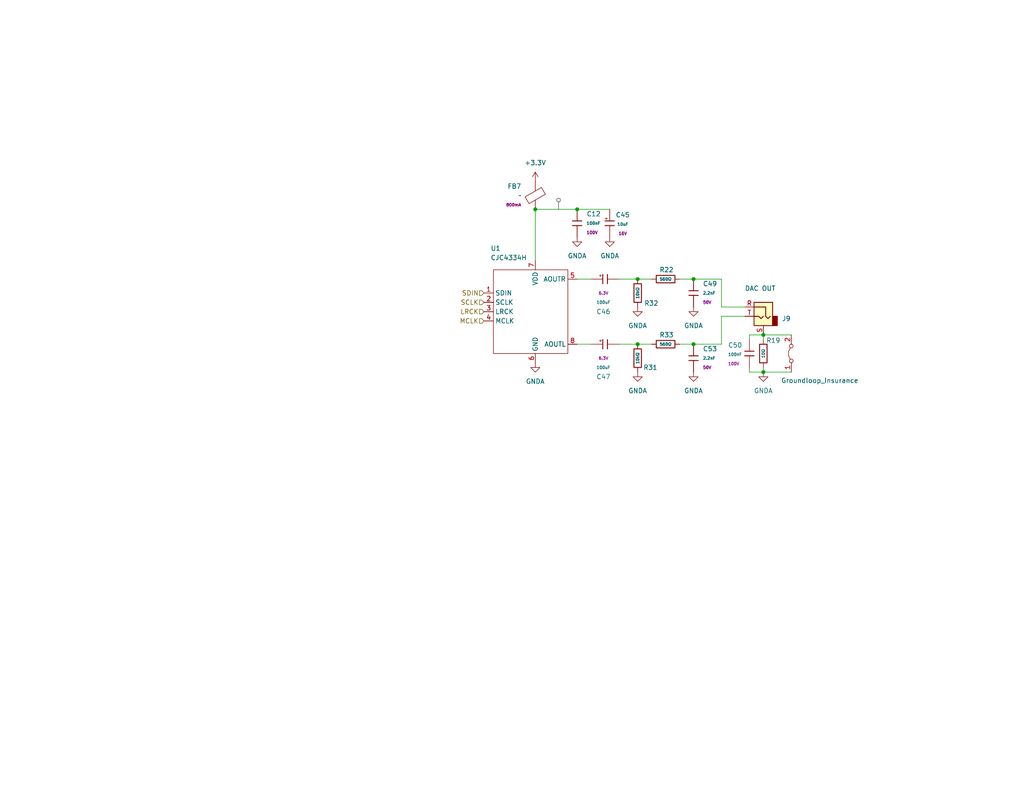
<source format=kicad_sch>
(kicad_sch (version 20250114) (generator "eeschema") (generator_version "9.0")
  (paper "A")
  (lib_symbols
    (symbol "+3.3V_1" (power) (pin_numbers (hide yes)) (pin_names (offset 0) (hide yes))
      (property "Value" "+3.3V" (at 0 3.556 0))
      (symbol "+3.3V_1_0_1"
        (polyline (pts (xy -0.762 1.27) (xy 0 2.54)))
        (polyline (pts (xy 0 2.54) (xy 0.762 1.27)))
        (polyline (pts (xy 0 0) (xy 0 2.54)))
      )
      (symbol "+3.3V_1_1_1"
        (pin power_in line (at 0 0 90) (length 0) (name "~") (number "1"))
      )
    )
    (symbol "CJC4334H:CJC4334H"
      (property "Reference" "U1" (at 6.604 15.24 0))
      (property "Value" "CJC4334H" (at 6.604 12.7 0))
      (symbol "CJC4334H_0_1"
        (rectangle (start -10.16 10.16) (end 10.16 -12.7))
      )
      (symbol "CJC4334H_1_1"
        (pin input line (at -12.7 3.81 0) (length 2.54) (name "SDIN") (number "1"))
        (pin input line (at -12.7 1.27 0) (length 2.54) (name "SCLK") (number "2"))
        (pin input line (at -12.7 -1.27 0) (length 2.54) (name "LRCK") (number "3"))
        (pin input line (at -12.7 -3.81 0) (length 2.54) (name "MCLK") (number "4"))
        (pin power_in line (at 1.27 12.7 270) (length 2.54) (name "VDD") (number "7"))
        (pin power_in line (at 1.27 -15.24 90) (length 2.54) (name "GND") (number "6"))
        (pin output line (at 12.7 7.62 180) (length 2.54) (name "AOUTR") (number "5"))
        (pin output line (at 12.7 -10.16 180) (length 2.54) (name "AOUTL") (number "8"))
      )
    )
    (symbol "Connector_Audio:AudioJack2_Ground"
      (property "Reference" "J4" (at -5.08 -0.635 0))
      (property "Value" "Audio Out to Soundcard" (at 5.08 7.62 0))
      (symbol "AudioJack2_Ground_0_1"
        (rectangle (start -2.54 -2.54) (end -3.81 0) (stroke (width 0.254)) (fill (type outline)))
        (polyline (pts (xy 0 0) (xy 0.635 -0.635) (xy 1.27 0) (xy 2.54 0)) (stroke (width 0.254)))
        (rectangle (start 2.54 3.81) (end -2.54 -2.54) (stroke (width 0.254)) (fill (type background)))
        (polyline (pts (xy 2.54 2.54) (xy -0.635 2.54) (xy -0.635 0) (xy -1.27 -0.635) (xy -1.905 0)) (stroke (width 0.254)))
      )
      (symbol "AudioJack2_Ground_1_1"
        (pin passive line (at 0 -5.08 90) (length 2.54) (name "~") (number "S"))
        (pin passive line (at 5.08 2.54 180) (length 2.54) (name "~") (number "R"))
        (pin passive line (at 5.08 0 180) (length 2.54) (name "~") (number "T"))
      )
    )
    (symbol "Jumper_2_Bridged_1" (pin_names (offset 0) (hide yes))
      (property "Reference" "JP" (at 0 1.905 0))
      (property "Value" "Jumper_2_Bridged" (at 0 -2.54 0))
      (symbol "Jumper_2_Bridged_1_0_0"
        (circle (center -2.032 0) (radius 0.508))
        (circle (center 2.032 0) (radius 0.508))
      )
      (symbol "Jumper_2_Bridged_1_0_1"
        (arc (start -1.524 0.254) (mid 0 0.762) (end 1.524 0.254))
      )
      (symbol "Jumper_2_Bridged_1_1_1"
        (pin passive line (at -5.08 0 0) (length 2.54) (name "A") (number "1"))
        (pin passive line (at 5.08 0 180) (length 2.54) (name "B") (number "2"))
      )
    )
    (symbol "PCM_JLCPCB-Capacitors:0805,100nF" (pin_numbers (hide yes)) (pin_names (offset 0))
      (property "Reference" "C" (at 2.032 1.668 0))
      (property "Value" "100nF" (at 2.032 -0.3782 0))
      (property "Voltage Rated" "100V" (at 2.032 -2.0462 0))
      (symbol "0805,100nF_0_1"
        (polyline (pts (xy -1.27 0.635) (xy 1.27 0.635)) (stroke (width 0.254)))
        (polyline (pts (xy -1.27 -0.635) (xy 1.27 -0.635)) (stroke (width 0.254)))
      )
      (symbol "0805,100nF_1_1"
        (pin passive line (at 0 3.81 270) (length 3.175) (name "~") (number "1"))
        (pin passive line (at 0 -3.81 90) (length 3.175) (name "~") (number "2"))
      )
    )
    (symbol "PCM_JLCPCB-Capacitors:0805,2.2nF" (pin_numbers (hide yes)) (pin_names (offset 0))
      (property "Reference" "C" (at 2.032 1.668 0))
      (property "Value" "2.2nF" (at 2.032 -0.3782 0))
      (property "Voltage Rated" "50V" (at 2.032 -2.0462 0))
      (symbol "0805,2.2nF_0_1"
        (polyline (pts (xy -1.27 0.635) (xy 1.27 0.635)) (stroke (width 0.254)))
        (polyline (pts (xy -1.27 -0.635) (xy 1.27 -0.635)) (stroke (width 0.254)))
      )
      (symbol "0805,2.2nF_1_1"
        (pin passive line (at 0 3.81 270) (length 3.175) (name "~") (number "1"))
        (pin passive line (at 0 -3.81 90) (length 3.175) (name "~") (number "2"))
      )
    )
    (symbol "PCM_JLCPCB-Capacitors:CASE-A-3216-18(mm),10uF" (pin_numbers (hide yes)) (pin_names (offset 0))
      (property "Reference" "C" (at 2.032 1.668 0))
      (property "Value" "10uF" (at 2.032 -0.3782 0))
      (property "Rated Voltage" "16V" (at 2.032 -2.0462 0))
      (symbol "CASE-A-3216-18(mm),10uF_0_1"
        (polyline (pts (xy -1.27 1.27) (xy -0.635 1.27)) (stroke (width 0.127)))
        (polyline (pts (xy -1.27 0.635) (xy 1.27 0.635)) (stroke (width 0.254)))
        (polyline (pts (xy -1.27 -0.635) (xy 1.27 -0.635)) (stroke (width 0.254)))
        (polyline (pts (xy -0.9525 1.5875) (xy -0.9525 0.9525)) (stroke (width 0.127)))
      )
      (symbol "CASE-A-3216-18(mm),10uF_1_1"
        (pin passive line (at 0 3.81 270) (length 3.175) (name "~") (number "1"))
        (pin passive line (at 0 -3.81 90) (length 3.175) (name "~") (number "2"))
      )
    )
    (symbol "PCM_JLCPCB-Capacitors:CASE-B-3528-21(mm),100uF" (pin_numbers (hide yes)) (pin_names (offset 0))
      (property "Reference" "C" (at 2.032 1.668 0))
      (property "Value" "100uF" (at 2.032 -0.3782 0))
      (property "Rated Voltage" "6.3V" (at 2.032 -2.0462 0))
      (symbol "CASE-B-3528-21(mm),100uF_0_1"
        (polyline (pts (xy -1.27 1.27) (xy -0.635 1.27)) (stroke (width 0.127)))
        (polyline (pts (xy -1.27 0.635) (xy 1.27 0.635)) (stroke (width 0.254)))
        (polyline (pts (xy -1.27 -0.635) (xy 1.27 -0.635)) (stroke (width 0.254)))
        (polyline (pts (xy -0.9525 1.5875) (xy -0.9525 0.9525)) (stroke (width 0.127)))
      )
      (symbol "CASE-B-3528-21(mm),100uF_1_1"
        (pin passive line (at 0 3.81 270) (length 3.175) (name "~") (number "1"))
        (pin passive line (at 0 -3.81 90) (length 3.175) (name "~") (number "2"))
      )
    )
    (symbol "PCM_JLCPCB-Inductors:Ferrite,0805" (pin_numbers (hide yes)) (pin_names (offset 0))
      (property "Reference" "FB" (at 3.4036 1.2508 0))
      (property "Current Rating" "800mA" (at 3.4036 -1.5274 0))
      (symbol "Ferrite,0805_0_1"
        (polyline (pts (xy -2.7686 0.4064) (xy -1.7018 2.2606) (xy 2.7686 -0.3048) (xy 1.6764 -2.159) (xy -2.7686 0.4064)))
        (polyline (pts (xy 0 1.27) (xy 0 1.2954)))
        (polyline (pts (xy 0 -1.27) (xy 0 -1.2192)))
      )
      (symbol "Ferrite,0805_1_1"
        (pin passive line (at 0 3.81 270) (length 2.54) (name "~") (number "1"))
        (pin passive line (at 0 -3.81 90) (length 2.54) (name "~") (number "2"))
      )
    )
    (symbol "PCM_JLCPCB-Resistors:0603,10Ω" (pin_numbers (hide yes)) (pin_names (offset 0))
      (property "Reference" "R" (at 1.778 0 0))
      (property "Value" "10Ω" (at 0 0 90))
      (symbol "0603,10Ω_0_1"
        (rectangle (start -1.016 2.54) (end 1.016 -2.54) (stroke (width 0.254)))
      )
      (symbol "0603,10Ω_1_1"
        (pin passive line (at 0 3.81 270) (length 1.27) (name "~") (number "1"))
        (pin passive line (at 0 -3.81 90) (length 1.27) (name "~") (number "2"))
      )
    )
    (symbol "PCM_JLCPCB-Resistors:0805,10kΩ" (pin_numbers (hide yes)) (pin_names (offset 0))
      (property "Reference" "R" (at 1.778 0 0))
      (property "Value" "10kΩ" (at 0 0 90))
      (symbol "0805,10kΩ_0_1"
        (rectangle (start -1.016 2.54) (end 1.016 -2.54) (stroke (width 0.254)))
      )
      (symbol "0805,10kΩ_1_1"
        (pin passive line (at 0 3.81 270) (length 1.27) (name "~") (number "1"))
        (pin passive line (at 0 -3.81 90) (length 1.27) (name "~") (number "2"))
      )
    )
    (symbol "PCM_JLCPCB-Resistors:0805,560Ω" (pin_numbers (hide yes)) (pin_names (offset 0))
      (property "Reference" "R" (at 1.778 0 0))
      (property "Value" "560Ω" (at 0 0 90))
      (symbol "0805,560Ω_0_1"
        (rectangle (start -1.016 2.54) (end 1.016 -2.54) (stroke (width 0.254)))
      )
      (symbol "0805,560Ω_1_1"
        (pin passive line (at 0 3.81 270) (length 1.27) (name "~") (number "1"))
        (pin passive line (at 0 -3.81 90) (length 1.27) (name "~") (number "2"))
      )
    )
    (symbol "power:GNDA" (power) (pin_names (offset 0))
      (property "Value" "GNDA" (at 0 -3.81 0))
      (symbol "GNDA_0_1"
        (polyline (pts (xy 0 0) (xy 0 -1.27) (xy 1.27 -1.27) (xy 0 -2.54) (xy -1.27 -1.27) (xy 0 -1.27)))
      )
      (symbol "GNDA_1_1"
        (pin power_in line (at 0 0 270) (length 0) (hide yes) (name "GNDA") (number "1"))
      )
    )
  )
  (junction (at 146.05 57.15))
  (junction (at 208.28 91.44))
  (junction (at 173.99 76.2))
  (junction (at 189.23 93.98))
  (junction (at 157.48 57.15))
  (junction (at 173.99 93.98))
  (junction (at 189.23 76.2))
  (junction (at 208.28 101.6))
  (wire (pts (xy 185.42 93.98) (xy 189.23 93.98)))
  (wire (pts (xy 196.85 83.82) (xy 203.2 83.82)))
  (wire (pts (xy 196.85 93.98) (xy 196.85 86.36)))
  (wire (pts (xy 157.48 76.2) (xy 161.29 76.2)))
  (wire (pts (xy 168.91 93.98) (xy 173.99 93.98)))
  (wire (pts (xy 204.47 91.44) (xy 208.28 91.44)))
  (wire (pts (xy 189.23 76.2) (xy 196.85 76.2)))
  (wire (pts (xy 168.91 76.2) (xy 173.99 76.2)))
  (wire (pts (xy 196.85 76.2) (xy 196.85 83.82)))
  (wire (pts (xy 204.47 92.71) (xy 204.47 91.44)))
  (wire (pts (xy 189.23 93.98) (xy 196.85 93.98)))
  (wire (pts (xy 215.9 91.44) (xy 208.28 91.44)))
  (wire (pts (xy 173.99 76.2) (xy 177.8 76.2)))
  (wire (pts (xy 196.85 86.36) (xy 203.2 86.36)))
  (wire (pts (xy 173.99 93.98) (xy 177.8 93.98)))
  (wire (pts (xy 157.48 57.15) (xy 166.37 57.15)))
  (wire (pts (xy 208.28 101.6) (xy 215.9 101.6)))
  (wire (pts (xy 185.42 76.2) (xy 189.23 76.2)))
  (wire (pts (xy 204.47 101.6) (xy 208.28 101.6)))
  (wire (pts (xy 146.05 57.15) (xy 146.05 71.12)))
  (wire (pts (xy 157.48 93.98) (xy 161.29 93.98)))
  (wire (pts (xy 208.28 100.33) (xy 208.28 101.6)))
  (wire (pts (xy 146.05 57.15) (xy 157.48 57.15)))
  (wire (pts (xy 208.28 92.71) (xy 208.28 91.44)))
  (wire (pts (xy 204.47 100.33) (xy 204.47 101.6)))
  (hierarchical_label "MCLK" (shape input) (at 132.08 87.63 180))
  (hierarchical_label "LRCK" (shape input) (at 132.08 85.09 180))
  (hierarchical_label "SDIN" (shape input) (at 132.08 80.01 180))
  (hierarchical_label "SCLK" (shape input) (at 132.08 82.55 180))
  (netclass_flag "" (length 2.54) (shape round) (at 152.4 57.15 0) (property "Netclass" "1V1" (effects (hide yes))))
  (symbol (lib_name "Jumper_2_Bridged_1") (lib_id "Jumper:Jumper_2_Bridged") (at 215.9 96.52 90) (unit 1)
    (property "Reference" "e3" (effects (hide yes)))
    (property "Value" "Groundloop_Insurance" (at 213.106 103.886 90) (effects (justify right)))
    (property "Footprint" "Jumper:SolderJumper-2_P1.3mm_Bridged_RoundedPad1.0x1.5mm" (effects (hide yes)))
    (property "Description" "Jumper, 2-pole, closed/bridged" (effects (hide yes)))
  )
  (symbol (lib_id "power:GNDA") (at 173.99 83.82 0) (unit 1)
    (property "Reference" "#PWR077" (effects (hide yes)))
    (property "Value" "GNDA" (at 173.99 88.9 0))
  )
  (symbol (lib_id "PCM_JLCPCB-Capacitors:0805,100nF") (at 204.47 96.52 180) (unit 1)
    (property "Reference" "C50" (at 198.628 94.2339 0) (effects (justify right)))
    (property "Value" "100nF" (at 198.628 96.774 0) (effects (font (size 0.8 0.8)) (justify right)))
    (property "Footprint" "PCM_JLCPCB:C_0805" (effects (hide yes)))
    (property "Datasheet" "https://www.lcsc.com/datasheet/lcsc_datasheet_2304140030_Samsung-Electro-Mechanics-CL21B104KCFNNNE_C28233.pdf" (effects (hide yes)))
    (property "Description" "100V 100nF X7R ±10% 0805 Multilayer Ceramic Capacitors MLCC - SMD/SMT ROHS" (effects (hide yes)))
    (property "LCSC" "C28233" (effects (hide yes)))
    (property "Stock" "1168020" (effects (hide yes)))
    (property "Price" "0.009USD" (effects (hide yes)))
    (property "Process" "SMT" (effects (hide yes)))
    (property "Minimum Qty" "20" (effects (hide yes)))
    (property "Attrition Qty" "10" (effects (hide yes)))
    (property "Class" "Basic Component" (effects (hide yes)))
    (property "Category" "Capacitors,Multilayer Ceramic Capacitors MLCC - SMD/SMT" (effects (hide yes)))
    (property "Manufacturer" "Samsung Electro-Mechanics" (effects (hide yes)))
    (property "Part" "CL21B104KCFNNNE" (effects (hide yes)))
    (property "Voltage Rated" "100V" (at 198.628 99.314 0) (effects (font (size 0.8 0.8)) (justify right)))
    (property "Tolerance" "±10%" (effects (hide yes)))
    (property "Capacitance" "100nF" (effects (hide yes)))
    (property "Temperature Coefficient" "X7R" (effects (hide yes)))
  )
  (symbol (lib_id "Connector_Audio:AudioJack2_Ground") (at 208.28 86.36 0) (mirror y) (unit 1)
    (property "Reference" "J9" (at 213.36 86.995 0) (effects (justify right)))
    (property "Value" "DAC OUT" (at 203.2 78.74 0) (effects (justify right)))
    (property "Footprint" "Intro_to_CAD:Jack_3.5mm_CUI_SJ-3523-SMT_Horizontal" (effects (hide yes)))
    (property "Datasheet" "https://www.lcsc.com/datasheet/lcsc_datasheet_1811132022_BOOMELE-Boom-Precision-Elec-PJ-320B_C18594.pdf" (effects (hide yes)))
    (property "LCSC" "C18594" (effects (hide yes)))
  )
  (symbol (lib_id "power:GNDA") (at 189.23 101.6 0) (unit 1)
    (property "Reference" "#PWR045" (effects (hide yes)))
    (property "Value" "GNDA" (at 189.23 106.68 0))
  )
  (symbol (lib_id "power:GNDA") (at 146.05 99.06 0) (unit 1)
    (property "Reference" "#PWR071" (effects (hide yes)))
    (property "Value" "GNDA" (at 146.05 104.14 0))
  )
  (symbol (lib_id "power:GNDA") (at 157.48 64.77 0) (unit 1)
    (property "Reference" "#PWR073" (effects (hide yes)))
    (property "Value" "GNDA" (at 157.48 69.85 0))
  )
  (symbol (lib_id "PCM_JLCPCB-Capacitors:CASE-B-3528-21(mm),100uF") (at 165.1 93.98 90) (mirror x) (unit 1)
    (property "Reference" "C47" (at 164.6555 102.87 90))
    (property "Value" "100uF" (at 164.6555 100.33 90) (effects (font (size 0.8 0.8))))
    (property "Footprint" "PCM_JLCPCB:C_CASE-B-3528-21(mm)" (effects (hide yes)))
    (property "Datasheet" "https://www.lcsc.com/datasheet/lcsc_datasheet_2111161030_Kyocera-AVX-TAJB107K006RNJ_C16133.pdf" (effects (hide yes)))
    (property "Description" "100uF 6.3V 1.7Ω@100kHz ±10% CASE-B-3528-21(mm) Tantalum Capacitors ROHS" (effects (hide yes)))
    (property "LCSC" "C16133" (effects (hide yes)))
    (property "Stock" "294947" (effects (hide yes)))
    (property "Price" "0.161USD" (effects (hide yes)))
    (property "Process" "SMT" (effects (hide yes)))
    (property "Minimum Qty" "5" (effects (hide yes)))
    (property "Attrition Qty" "2" (effects (hide yes)))
    (property "Class" "Basic Component" (effects (hide yes)))
    (property "Category" "Capacitors,Tantalum Capacitors" (effects (hide yes)))
    (property "Manufacturer" "AVX" (effects (hide yes)))
    (property "Part" "TAJB107K006RNJ" (effects (hide yes)))
    (property "Operating Temperature" "-55°C~+125°C" (effects (hide yes)))
    (property "Equivalent Series Resistance(ESR)" "1.7Ω@100kHz" (effects (hide yes)))
    (property "Tolerance" "±10%" (effects (hide yes)))
    (property "Capacitance" "100uF" (effects (hide yes)))
    (property "Rated Voltage" "6.3V" (at 164.6555 97.79 90) (effects (font (size 0.8 0.8))))
  )
  (symbol (lib_id "power:GNDA") (at 166.37 64.77 0) (unit 1)
    (property "Reference" "#PWR074" (effects (hide yes)))
    (property "Value" "GNDA" (at 166.37 69.85 0))
  )
  (symbol (lib_id "PCM_JLCPCB-Resistors:0805,560Ω") (at 181.61 93.98 90) (unit 1)
    (property "Reference" "R33" (at 181.864 91.44 90))
    (property "Value" "560Ω" (at 181.61 93.98 90) (effects (font (size 0.8 0.8))))
    (property "Footprint" "PCM_JLCPCB:R_0805" (effects (hide yes)))
    (property "Datasheet" "https://www.lcsc.com/datasheet/lcsc_datasheet_2206010030_UNI-ROYAL-Uniroyal-Elec-0805W8F5600T5E_C28636.pdf" (effects (hide yes)))
    (property "Description" "125mW Thick Film Resistors 150V ±100ppm/°C ±1% 560Ω 0805 Chip Resistor - Surface Mount ROHS" (effects (hide yes)))
    (property "LCSC" "C28636" (effects (hide yes)))
    (property "Stock" "185663" (effects (hide yes)))
    (property "Price" "0.005USD" (effects (hide yes)))
    (property "Process" "SMT" (effects (hide yes)))
    (property "Minimum Qty" "20" (effects (hide yes)))
    (property "Attrition Qty" "10" (effects (hide yes)))
    (property "Class" "Basic Component" (effects (hide yes)))
    (property "Category" "Resistors,Chip Resistor - Surface Mount" (effects (hide yes)))
    (property "Manufacturer" "UNI-ROYAL(Uniroyal Elec)" (effects (hide yes)))
    (property "Part" "0805W8F5600T5E" (effects (hide yes)))
    (property "Resistance" "560Ω" (effects (hide yes)))
    (property "Power(Watts)" "125mW" (effects (hide yes)))
    (property "Type" "Thick Film Resistors" (effects (hide yes)))
    (property "Overload Voltage (Max)" "150V" (effects (hide yes)))
    (property "Operating Temperature Range" "-55°C~+155°C" (effects (hide yes)))
    (property "Tolerance" "±1%" (effects (hide yes)))
    (property "Temperature Coefficient" "±100ppm/°C" (effects (hide yes)))
  )
  (symbol (lib_id "PCM_JLCPCB-Resistors:0805,10kΩ") (at 173.99 80.01 0) (unit 1)
    (property "Reference" "R32" (at 175.768 82.804 0) (effects (justify left)))
    (property "Value" "10kΩ" (at 173.99 80.01 90) (effects (font (size 0.8 0.8))))
    (property "Footprint" "PCM_JLCPCB:R_0805" (effects (hide yes)))
    (property "Datasheet" "https://www.lcsc.com/datasheet/lcsc_datasheet_2411221126_UNI-ROYAL-Uniroyal-Elec-0805W8F1002T5E_C17414.pdf" (effects (hide yes)))
    (property "Description" "125mW Thick Film Resistors 150V ±100ppm/°C ±1% 10kΩ 0805 Chip Resistor - Surface Mount ROHS" (effects (hide yes)))
    (property "LCSC" "C17414" (effects (hide yes)))
    (property "Stock" "12301172" (effects (hide yes)))
    (property "Price" "0.005USD" (effects (hide yes)))
    (property "Process" "SMT" (effects (hide yes)))
    (property "Minimum Qty" "20" (effects (hide yes)))
    (property "Attrition Qty" "10" (effects (hide yes)))
    (property "Class" "Basic Component" (effects (hide yes)))
    (property "Category" "Resistors,Chip Resistor - Surface Mount" (effects (hide yes)))
    (property "Manufacturer" "UNI-ROYAL(Uniroyal Elec)" (effects (hide yes)))
    (property "Part" "0805W8F1002T5E" (effects (hide yes)))
    (property "Resistance" "10kΩ" (effects (hide yes)))
    (property "Power(Watts)" "125mW" (effects (hide yes)))
    (property "Type" "Thick Film Resistors" (effects (hide yes)))
    (property "Overload Voltage (Max)" "150V" (effects (hide yes)))
    (property "Operating Temperature Range" "-55°C~+155°C" (effects (hide yes)))
    (property "Tolerance" "±1%" (effects (hide yes)))
    (property "Temperature Coefficient" "±100ppm/°C" (effects (hide yes)))
  )
  (symbol (lib_id "power:GNDA") (at 173.99 101.6 0) (unit 1)
    (property "Reference" "#PWR078" (effects (hide yes)))
    (property "Value" "GNDA" (at 173.99 106.68 0))
  )
  (symbol (lib_id "PCM_JLCPCB-Resistors:0805,10kΩ") (at 173.99 97.79 0) (unit 1)
    (property "Reference" "R31" (at 175.514 100.33 0) (effects (justify left)))
    (property "Value" "10kΩ" (at 173.99 97.79 90) (effects (font (size 0.8 0.8))))
    (property "Footprint" "PCM_JLCPCB:R_0805" (effects (hide yes)))
    (property "Datasheet" "https://www.lcsc.com/datasheet/lcsc_datasheet_2411221126_UNI-ROYAL-Uniroyal-Elec-0805W8F1002T5E_C17414.pdf" (effects (hide yes)))
    (property "Description" "125mW Thick Film Resistors 150V ±100ppm/°C ±1% 10kΩ 0805 Chip Resistor - Surface Mount ROHS" (effects (hide yes)))
    (property "LCSC" "C17414" (effects (hide yes)))
    (property "Stock" "12301172" (effects (hide yes)))
    (property "Price" "0.005USD" (effects (hide yes)))
    (property "Process" "SMT" (effects (hide yes)))
    (property "Minimum Qty" "20" (effects (hide yes)))
    (property "Attrition Qty" "10" (effects (hide yes)))
    (property "Class" "Basic Component" (effects (hide yes)))
    (property "Category" "Resistors,Chip Resistor - Surface Mount" (effects (hide yes)))
    (property "Manufacturer" "UNI-ROYAL(Uniroyal Elec)" (effects (hide yes)))
    (property "Part" "0805W8F1002T5E" (effects (hide yes)))
    (property "Resistance" "10kΩ" (effects (hide yes)))
    (property "Power(Watts)" "125mW" (effects (hide yes)))
    (property "Type" "Thick Film Resistors" (effects (hide yes)))
    (property "Overload Voltage (Max)" "150V" (effects (hide yes)))
    (property "Operating Temperature Range" "-55°C~+155°C" (effects (hide yes)))
    (property "Tolerance" "±1%" (effects (hide yes)))
    (property "Temperature Coefficient" "±100ppm/°C" (effects (hide yes)))
  )
  (symbol (lib_id "PCM_JLCPCB-Capacitors:0805,2.2nF") (at 189.23 97.79 0) (unit 1)
    (property "Reference" "C53" (at 191.77 95.2499 0) (effects (justify left)))
    (property "Value" "2.2nF" (at 191.77 97.79 0) (effects (font (size 0.8 0.8)) (justify left)))
    (property "Footprint" "PCM_JLCPCB:C_0805" (effects (hide yes)))
    (property "Datasheet" "https://www.lcsc.com/datasheet/lcsc_datasheet_2304140030_Samsung-Electro-Mechanics-CL21C222JBFNNNE_C28260.pdf" (effects (hide yes)))
    (property "Description" "50V 2.2nF C0G ±5% 0805 Multilayer Ceramic Capacitors MLCC - SMD/SMT ROHS" (effects (hide yes)))
    (property "LCSC" "C28260" (effects (hide yes)))
    (property "Stock" "107552" (effects (hide yes)))
    (property "Price" "0.033USD" (effects (hide yes)))
    (property "Process" "SMT" (effects (hide yes)))
    (property "Minimum Qty" "5" (effects (hide yes)))
    (property "Attrition Qty" "4" (effects (hide yes)))
    (property "Class" "Basic Component" (effects (hide yes)))
    (property "Category" "Capacitors,Multilayer Ceramic Capacitors MLCC - SMD/SMT" (effects (hide yes)))
    (property "Manufacturer" "Samsung Electro-Mechanics" (effects (hide yes)))
    (property "Part" "CL21C222JBFNNNE" (effects (hide yes)))
    (property "Voltage Rated" "50V" (at 191.77 100.33 0) (effects (font (size 0.8 0.8)) (justify left)))
    (property "Tolerance" "±5%" (effects (hide yes)))
    (property "Capacitance" "2.2nF" (effects (hide yes)))
    (property "Temperature Coefficient" "C0G" (effects (hide yes)))
  )
  (symbol (lib_id "PCM_JLCPCB-Capacitors:CASE-B-3528-21(mm),100uF") (at 165.1 76.2 90) (mirror x) (unit 1)
    (property "Reference" "C46" (at 164.6555 85.09 90))
    (property "Value" "100uF" (at 164.6555 82.55 90) (effects (font (size 0.8 0.8))))
    (property "Footprint" "PCM_JLCPCB:C_CASE-B-3528-21(mm)" (effects (hide yes)))
    (property "Datasheet" "https://www.lcsc.com/datasheet/lcsc_datasheet_2111161030_Kyocera-AVX-TAJB107K006RNJ_C16133.pdf" (effects (hide yes)))
    (property "Description" "100uF 6.3V 1.7Ω@100kHz ±10% CASE-B-3528-21(mm) Tantalum Capacitors ROHS" (effects (hide yes)))
    (property "LCSC" "C16133" (effects (hide yes)))
    (property "Stock" "294947" (effects (hide yes)))
    (property "Price" "0.161USD" (effects (hide yes)))
    (property "Process" "SMT" (effects (hide yes)))
    (property "Minimum Qty" "5" (effects (hide yes)))
    (property "Attrition Qty" "2" (effects (hide yes)))
    (property "Class" "Basic Component" (effects (hide yes)))
    (property "Category" "Capacitors,Tantalum Capacitors" (effects (hide yes)))
    (property "Manufacturer" "AVX" (effects (hide yes)))
    (property "Part" "TAJB107K006RNJ" (effects (hide yes)))
    (property "Operating Temperature" "-55°C~+125°C" (effects (hide yes)))
    (property "Equivalent Series Resistance(ESR)" "1.7Ω@100kHz" (effects (hide yes)))
    (property "Tolerance" "±10%" (effects (hide yes)))
    (property "Capacitance" "100uF" (effects (hide yes)))
    (property "Rated Voltage" "6.3V" (at 164.6555 80.01 90) (effects (font (size 0.8 0.8))))
  )
  (symbol (lib_id "CJC4334H:CJC4334H") (at 144.78 83.82 0) (unit 1)
    (property "Reference" "U1" (at 133.858 67.818 0) (effects (justify left)))
    (property "Value" "CJC4334H" (at 133.858 70.358 0) (effects (justify left)))
    (property "Footprint" "Package_SO:SOIC-8_3.9x4.9mm_P1.27mm" (effects (hide yes)))
    (property "Datasheet" "https://jlcpcb.com/api/file/downloadByFileSystemAccessId/8604435438493057024" (effects (hide yes)))
    (property "Description" "CJC4334H Audio I2S Stereo DAC" (effects (hide yes)))
    (property "LCSC" "C41417670" (effects (hide yes)))
  )
  (symbol (lib_id "power:GNDA") (at 189.23 83.82 0) (unit 1)
    (property "Reference" "#PWR079" (effects (hide yes)))
    (property "Value" "GNDA" (at 189.23 88.9 0))
  )
  (symbol (lib_id "PCM_JLCPCB-Inductors:Ferrite,0805") (at 146.05 53.34 0) (mirror x) (unit 1)
    (property "Reference" "FB7" (at 142.24 50.8507 0) (effects (justify right)))
    (property "Value" "~" (at 142.24 53.3908 0) (effects (font (size 0.8 0.8)) (justify right)))
    (property "Footprint" "PCM_JLCPCB:FB_0805" (effects (hide yes)))
    (property "Datasheet" "https://www.lcsc.com/datasheet/lcsc_datasheet_2310301640_Sunlord-GZ2012D101TF_C1015.pdf" (effects (hide yes)))
    (property "Description" "±25% 100Ω@100MHz 0805 Ferrite Beads ROHS" (effects (hide yes)))
    (property "LCSC" "C1015" (effects (hide yes)))
    (property "Stock" "196104" (effects (hide yes)))
    (property "Price" "0.017USD" (effects (hide yes)))
    (property "Process" "SMT" (effects (hide yes)))
    (property "Minimum Qty" "20" (effects (hide yes)))
    (property "Attrition Qty" "10" (effects (hide yes)))
    (property "Class" "Basic Component" (effects (hide yes)))
    (property "Category" "Filters/EMI Optimization,Ferrite Beads" (effects (hide yes)))
    (property "Manufacturer" "Sunlord" (effects (hide yes)))
    (property "Part" "GZ2012D101TF" (effects (hide yes)))
    (property "Impedance @ Frequency" "100Ω@100MHz" (effects (hide yes)))
    (property "Circuits" "1" (effects (hide yes)))
    (property "Current Rating" "800mA" (at 142.24 55.9308 0) (effects (font (size 0.8 0.8)) (justify right)))
    (property "Tolerance" "±25%" (effects (hide yes)))
  )
  (symbol (lib_name "+3.3V_1") (lib_id "power:+3.3V") (at 146.05 49.53 0) (mirror y) (unit 1)
    (property "Reference" "#PWR072" (effects (hide yes)))
    (property "Value" "+3.3V" (at 146.05 44.45 0))
    (property "Description" "Power symbol creates a global label with name \"+3.3V\"" (effects (hide yes)))
  )
  (symbol (lib_id "PCM_JLCPCB-Capacitors:CASE-A-3216-18(mm),10uF") (at 166.37 60.96 0) (unit 1)
    (property "Reference" "C45" (at 169.926 58.674 0))
    (property "Value" "10uF" (at 169.926 61.214 0) (effects (font (size 0.8 0.8))))
    (property "Footprint" "PCM_JLCPCB:C_CASE-A-3216-18(mm)" (effects (hide yes)))
    (property "Datasheet" "https://www.lcsc.com/datasheet/lcsc_datasheet_2304140030_Kyocera-AVX-TAJA106K016RNJ_C7171.pdf" (effects (hide yes)))
    (property "Description" "10uF 16V 3Ω@100kHz ±10% CASE-A-3216-18(mm) Tantalum Capacitors ROHS" (effects (hide yes)))
    (property "LCSC" "C7171" (effects (hide yes)))
    (property "Stock" "887054" (effects (hide yes)))
    (property "Price" "0.133USD" (effects (hide yes)))
    (property "Process" "SMT" (effects (hide yes)))
    (property "Minimum Qty" "5" (effects (hide yes)))
    (property "Attrition Qty" "2" (effects (hide yes)))
    (property "Class" "Basic Component" (effects (hide yes)))
    (property "Category" "Capacitors,Tantalum Capacitors" (effects (hide yes)))
    (property "Manufacturer" "AVX" (effects (hide yes)))
    (property "Part" "TAJA106K016RNJ" (effects (hide yes)))
    (property "Operating Temperature" "-55°C~+125°C" (effects (hide yes)))
    (property "Equivalent Series Resistance(ESR)" "3Ω@100kHz" (effects (hide yes)))
    (property "Tolerance" "±10%" (effects (hide yes)))
    (property "Capacitance" "10uF" (effects (hide yes)))
    (property "Rated Voltage" "16V" (at 169.926 63.754 0) (effects (font (size 0.8 0.8))))
  )
  (symbol (lib_id "PCM_JLCPCB-Capacitors:0805,2.2nF") (at 189.23 80.01 0) (unit 1)
    (property "Reference" "C49" (at 191.77 77.4699 0) (effects (justify left)))
    (property "Value" "2.2nF" (at 191.77 80.01 0) (effects (font (size 0.8 0.8)) (justify left)))
    (property "Footprint" "PCM_JLCPCB:C_0805" (effects (hide yes)))
    (property "Datasheet" "https://www.lcsc.com/datasheet/lcsc_datasheet_2304140030_Samsung-Electro-Mechanics-CL21C222JBFNNNE_C28260.pdf" (effects (hide yes)))
    (property "Description" "50V 2.2nF C0G ±5% 0805 Multilayer Ceramic Capacitors MLCC - SMD/SMT ROHS" (effects (hide yes)))
    (property "LCSC" "C28260" (effects (hide yes)))
    (property "Stock" "107552" (effects (hide yes)))
    (property "Price" "0.033USD" (effects (hide yes)))
    (property "Process" "SMT" (effects (hide yes)))
    (property "Minimum Qty" "5" (effects (hide yes)))
    (property "Attrition Qty" "4" (effects (hide yes)))
    (property "Class" "Basic Component" (effects (hide yes)))
    (property "Category" "Capacitors,Multilayer Ceramic Capacitors MLCC - SMD/SMT" (effects (hide yes)))
    (property "Manufacturer" "Samsung Electro-Mechanics" (effects (hide yes)))
    (property "Part" "CL21C222JBFNNNE" (effects (hide yes)))
    (property "Voltage Rated" "50V" (at 191.77 82.55 0) (effects (font (size 0.8 0.8)) (justify left)))
    (property "Tolerance" "±5%" (effects (hide yes)))
    (property "Capacitance" "2.2nF" (effects (hide yes)))
    (property "Temperature Coefficient" "C0G" (effects (hide yes)))
  )
  (symbol (lib_id "PCM_JLCPCB-Resistors:0805,560Ω") (at 181.61 76.2 90) (unit 1)
    (property "Reference" "R22" (at 181.864 73.66 90))
    (property "Value" "560Ω" (at 181.61 76.2 90) (effects (font (size 0.8 0.8))))
    (property "Footprint" "PCM_JLCPCB:R_0805" (effects (hide yes)))
    (property "Datasheet" "https://www.lcsc.com/datasheet/lcsc_datasheet_2206010030_UNI-ROYAL-Uniroyal-Elec-0805W8F5600T5E_C28636.pdf" (effects (hide yes)))
    (property "Description" "125mW Thick Film Resistors 150V ±100ppm/°C ±1% 560Ω 0805 Chip Resistor - Surface Mount ROHS" (effects (hide yes)))
    (property "LCSC" "C28636" (effects (hide yes)))
    (property "Stock" "185663" (effects (hide yes)))
    (property "Price" "0.005USD" (effects (hide yes)))
    (property "Process" "SMT" (effects (hide yes)))
    (property "Minimum Qty" "20" (effects (hide yes)))
    (property "Attrition Qty" "10" (effects (hide yes)))
    (property "Class" "Basic Component" (effects (hide yes)))
    (property "Category" "Resistors,Chip Resistor - Surface Mount" (effects (hide yes)))
    (property "Manufacturer" "UNI-ROYAL(Uniroyal Elec)" (effects (hide yes)))
    (property "Part" "0805W8F5600T5E" (effects (hide yes)))
    (property "Resistance" "560Ω" (effects (hide yes)))
    (property "Power(Watts)" "125mW" (effects (hide yes)))
    (property "Type" "Thick Film Resistors" (effects (hide yes)))
    (property "Overload Voltage (Max)" "150V" (effects (hide yes)))
    (property "Operating Temperature Range" "-55°C~+155°C" (effects (hide yes)))
    (property "Tolerance" "±1%" (effects (hide yes)))
    (property "Temperature Coefficient" "±100ppm/°C" (effects (hide yes)))
  )
  (symbol (lib_id "PCM_JLCPCB-Resistors:0603,10Ω") (at 208.28 96.52 0) (unit 1)
    (property "Reference" "R19" (at 209.042 92.964 0) (effects (justify left)))
    (property "Value" "10Ω" (at 208.28 96.52 90) (effects (font (size 0.8 0.8))))
    (property "Footprint" "PCM_JLCPCB:R_0603" (effects (hide yes)))
    (property "Datasheet" "https://www.lcsc.com/datasheet/lcsc_datasheet_2206010130_UNI-ROYAL-Uniroyal-Elec-0603WAF100JT5E_C22859.pdf" (effects (hide yes)))
    (property "Description" "100mW Thick Film Resistors 75V ±1% ±400ppm/°C 10Ω 0603 Chip Resistor - Surface Mount ROHS" (effects (hide yes)))
    (property "LCSC" "C22859" (effects (hide yes)))
    (property "Stock" "5764851" (effects (hide yes)))
    (property "Price" "0.004USD" (effects (hide yes)))
    (property "Process" "SMT" (effects (hide yes)))
    (property "Minimum Qty" "20" (effects (hide yes)))
    (property "Attrition Qty" "10" (effects (hide yes)))
    (property "Class" "Basic Component" (effects (hide yes)))
    (property "Category" "Resistors,Chip Resistor - Surface Mount" (effects (hide yes)))
    (property "Manufacturer" "UNI-ROYAL(Uniroyal Elec)" (effects (hide yes)))
    (property "Part" "0603WAF100JT5E" (effects (hide yes)))
    (property "Resistance" "10Ω" (effects (hide yes)))
    (property "Power(Watts)" "100mW" (effects (hide yes)))
    (property "Type" "Thick Film Resistors" (effects (hide yes)))
    (property "Overload Voltage (Max)" "75V" (effects (hide yes)))
    (property "Operating Temperature Range" "-55°C~+155°C" (effects (hide yes)))
    (property "Tolerance" "±1%" (effects (hide yes)))
    (property "Temperature Coefficient" "±400ppm/°C" (effects (hide yes)))
  )
  (symbol (lib_id "power:GNDA") (at 208.28 101.6 0) (unit 1)
    (property "Reference" "#PWR08" (effects (hide yes)))
    (property "Value" "GNDA" (at 208.28 106.68 0))
  )
  (symbol (lib_id "PCM_JLCPCB-Capacitors:0805,100nF") (at 157.48 60.96 0) (unit 1)
    (property "Reference" "C12" (at 160.02 58.4199 0) (effects (justify left)))
    (property "Value" "100nF" (at 160.02 60.96 0) (effects (font (size 0.8 0.8)) (justify left)))
    (property "Footprint" "PCM_JLCPCB:C_0805" (effects (hide yes)))
    (property "Datasheet" "https://www.lcsc.com/datasheet/lcsc_datasheet_2304140030_Samsung-Electro-Mechanics-CL21B104KCFNNNE_C28233.pdf" (effects (hide yes)))
    (property "Description" "100V 100nF X7R ±10% 0805 Multilayer Ceramic Capacitors MLCC - SMD/SMT ROHS" (effects (hide yes)))
    (property "LCSC" "C28233" (effects (hide yes)))
    (property "Stock" "1168020" (effects (hide yes)))
    (property "Price" "0.009USD" (effects (hide yes)))
    (property "Process" "SMT" (effects (hide yes)))
    (property "Minimum Qty" "20" (effects (hide yes)))
    (property "Attrition Qty" "10" (effects (hide yes)))
    (property "Class" "Basic Component" (effects (hide yes)))
    (property "Category" "Capacitors,Multilayer Ceramic Capacitors MLCC - SMD/SMT" (effects (hide yes)))
    (property "Manufacturer" "Samsung Electro-Mechanics" (effects (hide yes)))
    (property "Part" "CL21B104KCFNNNE" (effects (hide yes)))
    (property "Voltage Rated" "100V" (at 160.02 63.5 0) (effects (font (size 0.8 0.8)) (justify left)))
    (property "Tolerance" "±10%" (effects (hide yes)))
    (property "Capacitance" "100nF" (effects (hide yes)))
    (property "Temperature Coefficient" "X7R" (effects (hide yes)))
  )
)
</source>
